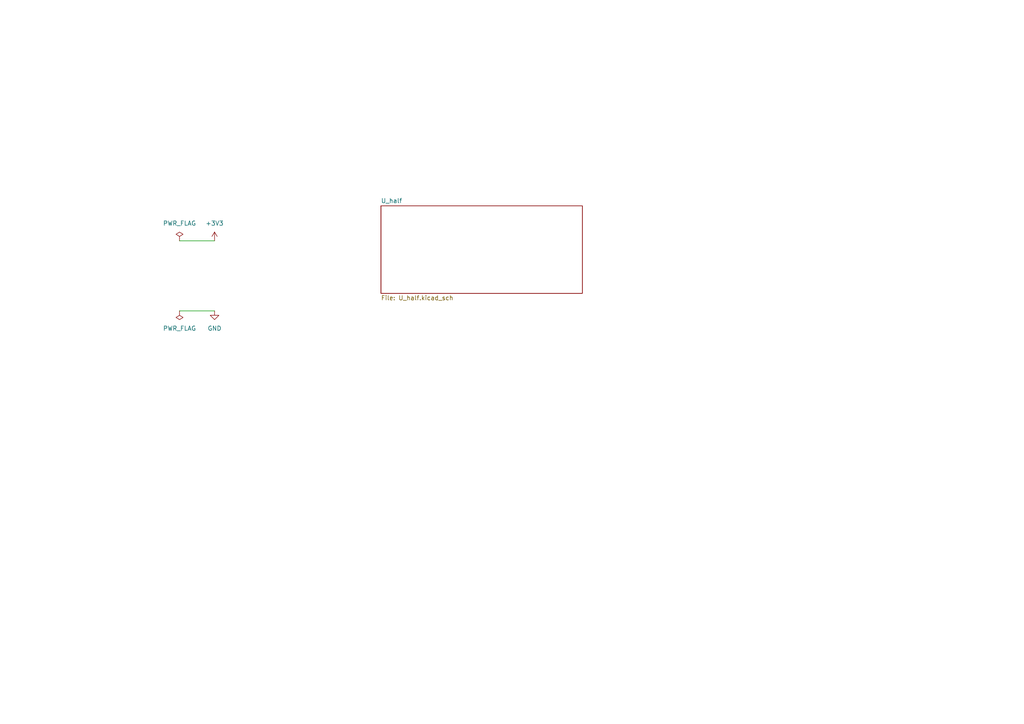
<source format=kicad_sch>
(kicad_sch (version 20230121) (generator eeschema)
  (paper "A4")
  (lib_symbols
    (symbol "power:+3V3" (power) (pin_names (offset 0))
      (property "Value" "+3V3" (at 0 3.556 0))
      (symbol "+3V3_0_1"
        (polyline (pts (xy -0.762 1.27) (xy 0 2.54)))
        (polyline (pts (xy 0 0) (xy 0 2.54)))
        (polyline (pts (xy 0 2.54) (xy 0.762 1.27)))
      )
      (symbol "+3V3_1_1"
        (pin power_in line (at 0 0 90) (length 0) hide (name "+3V3") (number "1"))
      )
    )
    (symbol "power:GND" (power) (pin_names (offset 0))
      (property "Value" "GND" (at 0 -3.81 0))
      (symbol "GND_0_1"
        (polyline (pts (xy 0 0) (xy 0 -1.27) (xy 1.27 -1.27) (xy 0 -2.54) (xy -1.27 -1.27) (xy 0 -1.27)))
      )
      (symbol "GND_1_1"
        (pin power_in line (at 0 0 270) (length 0) hide (name "GND") (number "1"))
      )
    )
    (symbol "power:PWR_FLAG" (power) (pin_numbers hide) (pin_names (offset 0) hide)
      (property "Value" "PWR_FLAG" (at 0 3.81 0))
      (symbol "PWR_FLAG_0_0"
        (pin power_out line (at 0 0 90) (length 0) (name "pwr") (number "1"))
      )
      (symbol "PWR_FLAG_0_1"
        (polyline (pts (xy 0 0) (xy 0 1.27) (xy -1.016 1.905) (xy 0 2.54) (xy 1.016 1.905) (xy 0 1.27)))
      )
    )
  )
  (wire (pts (xy 52.07 90.17) (xy 62.23 90.17)))
  (wire (pts (xy 52.07 69.85) (xy 62.23 69.85)))
  (symbol (lib_id "power:PWR_FLAG") (at 52.07 69.85 0) (unit 1)
    (property "Reference" "#FLG01" (effects hide))
    (property "Value" "PWR_FLAG" (at 52.07 64.77 0))
  )
  (symbol (lib_id "power:+3V3") (at 62.23 69.85 0) (unit 1)
    (property "Reference" "#PWR01" (effects hide))
    (property "Value" "+3V3" (at 62.23 64.77 0))
  )
  (symbol (lib_id "power:GND") (at 62.23 90.17 0) (unit 1)
    (property "Reference" "#PWR02" (effects hide))
    (property "Value" "GND" (at 62.23 95.25 0))
  )
  (symbol (lib_id "power:PWR_FLAG") (at 52.07 90.17 180) (unit 1)
    (property "Reference" "#FLG02" (effects hide))
    (property "Value" "PWR_FLAG" (at 52.07 95.25 0))
  )
  (sheet (at 110.49 59.69) (size 58.42 25.4) (stroke (width 0.1524))
    (property "Sheetname" "U_half" (at 110.49 58.9784 0) (effects (justify left bottom)))
    (property "Sheetfile" "U_half.kicad_sch" (at 110.49 85.6746 0) (effects (justify left top)))
  )
)
</source>
